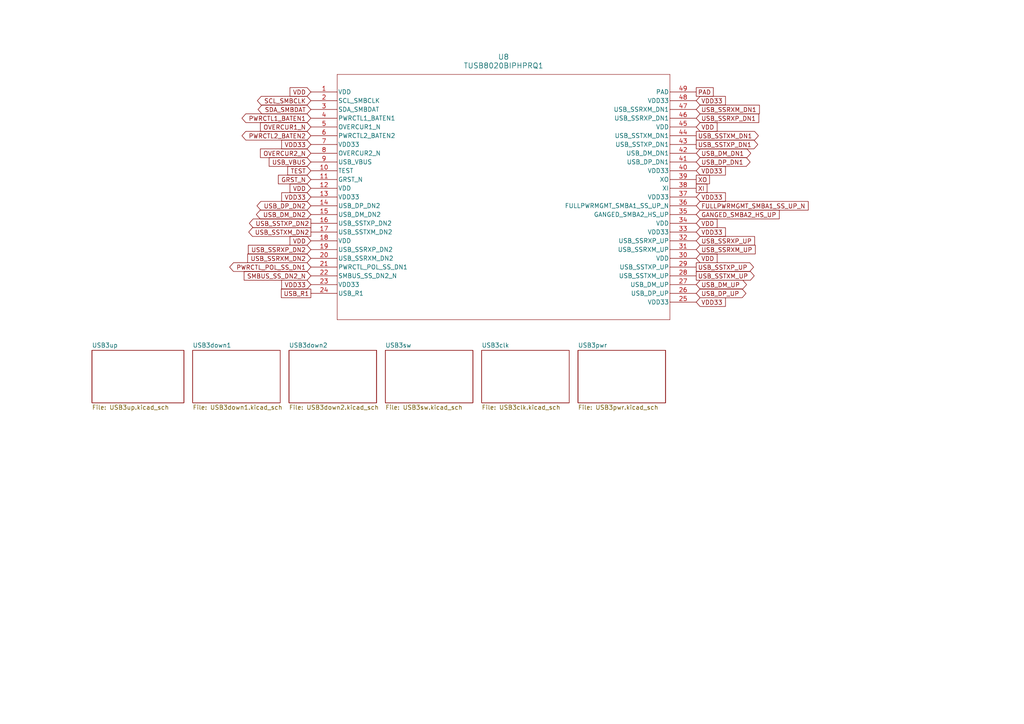
<source format=kicad_sch>
(kicad_sch (version 20250114) (generator "eeschema") (generator_version "9.0")
  (paper "A4")
  (lib_symbols
    (symbol "2025-10-11_06-29-10:TUSB8020BIPHPRQ1" (pin_names (offset 0.254))
      (property "Reference" "U" (at 55.88 10.16 0))
      (property "Value" "TUSB8020BIPHPRQ1" (at 55.88 7.62 0))
      (symbol "TUSB8020BIPHPRQ1_0_1"
        (polyline (pts (xy 7.62 5.08) (xy 7.62 -66.04)) (stroke (width 0.127)))
        (polyline (pts (xy 7.62 -66.04) (xy 104.14 -66.04)) (stroke (width 0.127)))
        (polyline (pts (xy 104.14 5.08) (xy 7.62 5.08)) (stroke (width 0.127)))
        (polyline (pts (xy 104.14 -66.04) (xy 104.14 5.08)) (stroke (width 0.127)))
        (pin power_in line (at 0 0 0) (length 7.62) (name "VDD") (number "1"))
        (pin bidirectional line (at 0 -2.54 0) (length 7.62) (name "SCL_SMBCLK") (number "2"))
        (pin bidirectional line (at 0 -5.08 0) (length 7.62) (name "SDA_SMBDAT") (number "3"))
        (pin bidirectional line (at 0 -7.62 0) (length 7.62) (name "PWRCTL1_BATEN1") (number "4"))
        (pin input line (at 0 -10.16 0) (length 7.62) (name "OVERCUR1_N") (number "5"))
        (pin bidirectional line (at 0 -12.7 0) (length 7.62) (name "PWRCTL2_BATEN2") (number "6"))
        (pin power_in line (at 0 -15.24 0) (length 7.62) (name "VDD33") (number "7"))
        (pin input line (at 0 -17.78 0) (length 7.62) (name "OVERCUR2_N") (number "8"))
        (pin input line (at 0 -20.32 0) (length 7.62) (name "USB_VBUS") (number "9"))
        (pin input line (at 0 -22.86 0) (length 7.62) (name "TEST") (number "10"))
        (pin input line (at 0 -25.4 0) (length 7.62) (name "GRST_N") (number "11"))
        (pin power_in line (at 0 -27.94 0) (length 7.62) (name "VDD") (number "12"))
        (pin power_in line (at 0 -30.48 0) (length 7.62) (name "VDD33") (number "13"))
        (pin bidirectional line (at 0 -33.02 0) (length 7.62) (name "USB_DP_DN2") (number "14"))
        (pin bidirectional line (at 0 -35.56 0) (length 7.62) (name "USB_DM_DN2") (number "15"))
        (pin output line (at 0 -38.1 0) (length 7.62) (name "USB_SSTXP_DN2") (number "16"))
        (pin output line (at 0 -40.64 0) (length 7.62) (name "USB_SSTXM_DN2") (number "17"))
        (pin power_in line (at 0 -43.18 0) (length 7.62) (name "VDD") (number "18"))
        (pin input line (at 0 -45.72 0) (length 7.62) (name "USB_SSRXP_DN2") (number "19"))
        (pin input line (at 0 -48.26 0) (length 7.62) (name "USB_SSRXM_DN2") (number "20"))
        (pin bidirectional line (at 0 -50.8 0) (length 7.62) (name "PWRCTL_POL_SS_DN1") (number "21"))
        (pin input line (at 0 -53.34 0) (length 7.62) (name "SMBUS_SS_DN2_N") (number "22"))
        (pin power_in line (at 0 -55.88 0) (length 7.62) (name "VDD33") (number "23"))
        (pin unspecified line (at 0 -58.42 0) (length 7.62) (name "USB_R1") (number "24"))
        (pin unspecified line (at 111.76 0 180) (length 7.62) (name "PAD") (number "49"))
        (pin power_in line (at 111.76 -2.54 180) (length 7.62) (name "VDD33") (number "48"))
        (pin input line (at 111.76 -5.08 180) (length 7.62) (name "USB_SSRXM_DN1") (number "47"))
        (pin input line (at 111.76 -7.62 180) (length 7.62) (name "USB_SSRXP_DN1") (number "46"))
        (pin power_in line (at 111.76 -10.16 180) (length 7.62) (name "VDD") (number "45"))
        (pin output line (at 111.76 -12.7 180) (length 7.62) (name "USB_SSTXM_DN1") (number "44"))
        (pin output line (at 111.76 -15.24 180) (length 7.62) (name "USB_SSTXP_DN1") (number "43"))
        (pin bidirectional line (at 111.76 -17.78 180) (length 7.62) (name "USB_DM_DN1") (number "42"))
        (pin bidirectional line (at 111.76 -20.32 180) (length 7.62) (name "USB_DP_DN1") (number "41"))
        (pin power_in line (at 111.76 -22.86 180) (length 7.62) (name "VDD33") (number "40"))
        (pin unspecified line (at 111.76 -25.4 180) (length 7.62) (name "XO") (number "39"))
        (pin unspecified line (at 111.76 -27.94 180) (length 7.62) (name "XI") (number "38"))
        (pin power_in line (at 111.76 -30.48 180) (length 7.62) (name "VDD33") (number "37"))
        (pin input line (at 111.76 -33.02 180) (length 7.62) (name "FULLPWRMGMT_SMBA1_SS_UP_N") (number "36"))
        (pin input line (at 111.76 -35.56 180) (length 7.62) (name "GANGED_SMBA2_HS_UP") (number "35"))
        (pin power_in line (at 111.76 -38.1 180) (length 7.62) (name "VDD") (number "34"))
        (pin power_in line (at 111.76 -40.64 180) (length 7.62) (name "VDD33") (number "33"))
        (pin input line (at 111.76 -43.18 180) (length 7.62) (name "USB_SSRXP_UP") (number "32"))
        (pin input line (at 111.76 -45.72 180) (length 7.62) (name "USB_SSRXM_UP") (number "31"))
        (pin power_in line (at 111.76 -48.26 180) (length 7.62) (name "VDD") (number "30"))
        (pin output line (at 111.76 -50.8 180) (length 7.62) (name "USB_SSTXP_UP") (number "29"))
        (pin output line (at 111.76 -53.34 180) (length 7.62) (name "USB_SSTXM_UP") (number "28"))
        (pin bidirectional line (at 111.76 -55.88 180) (length 7.62) (name "USB_DM_UP") (number "27"))
        (pin bidirectional line (at 111.76 -58.42 180) (length 7.62) (name "USB_DP_UP") (number "26"))
        (pin power_in line (at 111.76 -60.96 180) (length 7.62) (name "VDD33") (number "25"))
      )
    )
  )
  (global_label "VDD" (shape input) (at 201.93 36.83 0) (property "Intersheetrefs" "${INTERSHEET_REFS}" (effects (hide yes))))
  (global_label "SMBUS_SS_DN2_N" (shape input) (at 90.17 80.01 180) (property "Intersheetrefs" "${INTERSHEET_REFS}" (effects (hide yes))))
  (global_label "SCL_SMBCLK" (shape bidirectional) (at 90.17 29.21 180) (property "Intersheetrefs" "${INTERSHEET_REFS}" (effects (hide yes))))
  (global_label "VDD33" (shape input) (at 201.93 49.53 0) (property "Intersheetrefs" "${INTERSHEET_REFS}" (effects (hide yes))))
  (global_label "USB_SSTXP_UP" (shape output) (at 201.93 77.47 0) (property "Intersheetrefs" "${INTERSHEET_REFS}" (effects (hide yes))))
  (global_label "VDD" (shape input) (at 201.93 74.93 0) (property "Intersheetrefs" "${INTERSHEET_REFS}" (effects (hide yes))))
  (global_label "VDD" (shape input) (at 201.93 64.77 0) (property "Intersheetrefs" "${INTERSHEET_REFS}" (effects (hide yes))))
  (global_label "FULLPWRMGMT_SMBA1_SS_UP_N" (shape input) (at 201.93 59.69 0) (property "Intersheetrefs" "${INTERSHEET_REFS}" (effects (hide yes))))
  (global_label "USB_DP_UP" (shape bidirectional) (at 201.93 85.09 0) (property "Intersheetrefs" "${INTERSHEET_REFS}" (effects (hide yes))))
  (global_label "VDD33" (shape input) (at 201.93 29.21 0) (property "Intersheetrefs" "${INTERSHEET_REFS}" (effects (hide yes))))
  (global_label "USB_SSTXM_UP" (shape output) (at 201.93 80.01 0) (property "Intersheetrefs" "${INTERSHEET_REFS}" (effects (hide yes))))
  (global_label "USB_SSRXM_UP" (shape input) (at 201.93 72.39 0) (property "Intersheetrefs" "${INTERSHEET_REFS}" (effects (hide yes))))
  (global_label "PWRCTL2_BATEN2" (shape bidirectional) (at 90.17 39.37 180) (property "Intersheetrefs" "${INTERSHEET_REFS}" (effects (hide yes))))
  (global_label "USB_SSTXM_DN2" (shape output) (at 90.17 67.31 180) (property "Intersheetrefs" "${INTERSHEET_REFS}" (effects (hide yes))))
  (global_label "USB_SSRXM_DN2" (shape input) (at 90.17 74.93 180) (property "Intersheetrefs" "${INTERSHEET_REFS}" (effects (hide yes))))
  (global_label "XI" (shape passive) (at 201.93 54.61 0) (property "Intersheetrefs" "${INTERSHEET_REFS}" (effects (hide yes))))
  (global_label "OVERCUR2_N" (shape input) (at 90.17 44.45 180) (property "Intersheetrefs" "${INTERSHEET_REFS}" (effects (hide yes))))
  (global_label "USB_DM_UP" (shape bidirectional) (at 201.93 82.55 0) (property "Intersheetrefs" "${INTERSHEET_REFS}" (effects (hide yes))))
  (global_label "SDA_SMBDAT" (shape bidirectional) (at 90.17 31.75 180) (property "Intersheetrefs" "${INTERSHEET_REFS}" (effects (hide yes))))
  (global_label "USB_VBUS" (shape input) (at 90.17 46.99 180) (property "Intersheetrefs" "${INTERSHEET_REFS}" (effects (hide yes))))
  (global_label "USB_R1" (shape passive) (at 90.17 85.09 180) (property "Intersheetrefs" "${INTERSHEET_REFS}" (effects (hide yes))))
  (global_label "USB_SSTXP_DN1" (shape output) (at 201.93 41.91 0) (property "Intersheetrefs" "${INTERSHEET_REFS}" (effects (hide yes))))
  (global_label "VDD" (shape input) (at 90.17 54.61 180) (property "Intersheetrefs" "${INTERSHEET_REFS}" (effects (hide yes))))
  (global_label "VDD33" (shape input) (at 201.93 67.31 0) (property "Intersheetrefs" "${INTERSHEET_REFS}" (effects (hide yes))))
  (global_label "OVERCUR1_N" (shape input) (at 90.17 36.83 180) (property "Intersheetrefs" "${INTERSHEET_REFS}" (effects (hide yes))))
  (global_label "USB_DP_DN2" (shape bidirectional) (at 90.17 59.69 180) (property "Intersheetrefs" "${INTERSHEET_REFS}" (effects (hide yes))))
  (global_label "GANGED_SMBA2_HS_UP" (shape input) (at 201.93 62.23 0) (property "Intersheetrefs" "${INTERSHEET_REFS}" (effects (hide yes))))
  (global_label "VDD" (shape input) (at 90.17 26.67 180) (property "Intersheetrefs" "${INTERSHEET_REFS}" (effects (hide yes))))
  (global_label "PWRCTL1_BATEN1" (shape bidirectional) (at 90.17 34.29 180) (property "Intersheetrefs" "${INTERSHEET_REFS}" (effects (hide yes))))
  (global_label "USB_DM_DN2" (shape bidirectional) (at 90.17 62.23 180) (property "Intersheetrefs" "${INTERSHEET_REFS}" (effects (hide yes))))
  (global_label "USB_SSRXP_UP" (shape input) (at 201.93 69.85 0) (property "Intersheetrefs" "${INTERSHEET_REFS}" (effects (hide yes))))
  (global_label "USB_SSTXM_DN1" (shape output) (at 201.93 39.37 0) (property "Intersheetrefs" "${INTERSHEET_REFS}" (effects (hide yes))))
  (global_label "USB_SSTXP_DN2" (shape output) (at 90.17 64.77 180) (property "Intersheetrefs" "${INTERSHEET_REFS}" (effects (hide yes))))
  (global_label "GRST_N" (shape input) (at 90.17 52.07 180) (property "Intersheetrefs" "${INTERSHEET_REFS}" (effects (hide yes))))
  (global_label "USB_SSRXM_DN1" (shape input) (at 201.93 31.75 0) (property "Intersheetrefs" "${INTERSHEET_REFS}" (effects (hide yes))))
  (global_label "TEST" (shape input) (at 90.17 49.53 180) (property "Intersheetrefs" "${INTERSHEET_REFS}" (effects (hide yes))))
  (global_label "PAD" (shape passive) (at 201.93 26.67 0) (property "Intersheetrefs" "${INTERSHEET_REFS}" (effects (hide yes))))
  (global_label "PWRCTL_POL_SS_DN1" (shape bidirectional) (at 90.17 77.47 180) (property "Intersheetrefs" "${INTERSHEET_REFS}" (effects (hide yes))))
  (global_label "XO" (shape passive) (at 201.93 52.07 0) (property "Intersheetrefs" "${INTERSHEET_REFS}" (effects (hide yes))))
  (global_label "VDD33" (shape input) (at 90.17 57.15 180) (property "Intersheetrefs" "${INTERSHEET_REFS}" (effects (hide yes))))
  (global_label "VDD33" (shape input) (at 90.17 82.55 180) (property "Intersheetrefs" "${INTERSHEET_REFS}" (effects (hide yes))))
  (global_label "USB_SSRXP_DN1" (shape input) (at 201.93 34.29 0) (property "Intersheetrefs" "${INTERSHEET_REFS}" (effects (hide yes))))
  (global_label "VDD33" (shape input) (at 201.93 87.63 0) (property "Intersheetrefs" "${INTERSHEET_REFS}" (effects (hide yes))))
  (global_label "USB_SSRXP_DN2" (shape input) (at 90.17 72.39 180) (property "Intersheetrefs" "${INTERSHEET_REFS}" (effects (hide yes))))
  (global_label "VDD" (shape input) (at 90.17 69.85 180) (property "Intersheetrefs" "${INTERSHEET_REFS}" (effects (hide yes))))
  (global_label "USB_DP_DN1" (shape bidirectional) (at 201.93 46.99 0) (property "Intersheetrefs" "${INTERSHEET_REFS}" (effects (hide yes))))
  (global_label "VDD33" (shape input) (at 201.93 57.15 0) (property "Intersheetrefs" "${INTERSHEET_REFS}" (effects (hide yes))))
  (global_label "USB_DM_DN1" (shape bidirectional) (at 201.93 44.45 0) (property "Intersheetrefs" "${INTERSHEET_REFS}" (effects (hide yes))))
  (global_label "VDD33" (shape input) (at 90.17 41.91 180) (property "Intersheetrefs" "${INTERSHEET_REFS}" (effects (hide yes))))
  (symbol (lib_id "2025-10-11_06-29-10:TUSB8020BIPHPRQ1") (at 90.17 26.67 0) (unit 1)
    (property "Reference" "U8" (at 146.05 16.51 0) (effects (font (size 1.524 1.524))))
    (property "Value" "TUSB8020BIPHPRQ1" (at 146.05 19.05 0) (effects (font (size 1.524 1.524))))
    (property "Footprint" "PHP0048E_N_TEX" (effects (hide yes)))
    (property "Datasheet" "https://www.ti.com/lit/gpn/tusb8020b-q1" (effects (hide yes)))
  )
  (sheet (at 167.64 101.6) (size 25.4 15.24) (stroke (width 0.1524))
    (property "Sheetname" "USB3pwr" (at 167.64 100.8884 0) (effects (justify left bottom)))
    (property "Sheetfile" "USB3pwr.kicad_sch" (at 167.64 117.4246 0) (effects (justify left top)))
  )
  (sheet (at 83.82 101.6) (size 25.4 15.24) (stroke (width 0.1524))
    (property "Sheetname" "USB3down2" (at 83.82 100.8884 0) (effects (justify left bottom)))
    (property "Sheetfile" "USB3down2.kicad_sch" (at 83.82 117.4246 0) (effects (justify left top)))
  )
  (sheet (at 139.7 101.6) (size 25.4 15.24) (stroke (width 0.1524))
    (property "Sheetname" "USB3clk" (at 139.7 100.8884 0) (effects (justify left bottom)))
    (property "Sheetfile" "USB3clk.kicad_sch" (at 139.7 117.4246 0) (effects (justify left top)))
  )
  (sheet (at 55.88 101.6) (size 25.4 15.24) (stroke (width 0.1524))
    (property "Sheetname" "USB3down1" (at 55.88 100.8884 0) (effects (justify left bottom)))
    (property "Sheetfile" "USB3down1.kicad_sch" (at 55.88 117.4246 0) (effects (justify left top)))
  )
  (sheet (at 26.67 101.6) (size 26.67 15.24) (stroke (width 0.1524))
    (property "Sheetname" "USB3up" (at 26.67 100.8884 0) (effects (justify left bottom)))
    (property "Sheetfile" "USB3up.kicad_sch" (at 26.67 117.4246 0) (effects (justify left top)))
  )
  (sheet (at 111.76 101.6) (size 25.4 15.24) (stroke (width 0.1524))
    (property "Sheetname" "USB3sw" (at 111.76 100.8884 0) (effects (justify left bottom)))
    (property "Sheetfile" "USB3sw.kicad_sch" (at 111.76 117.4246 0) (effects (justify left top)))
  )
)
</source>
